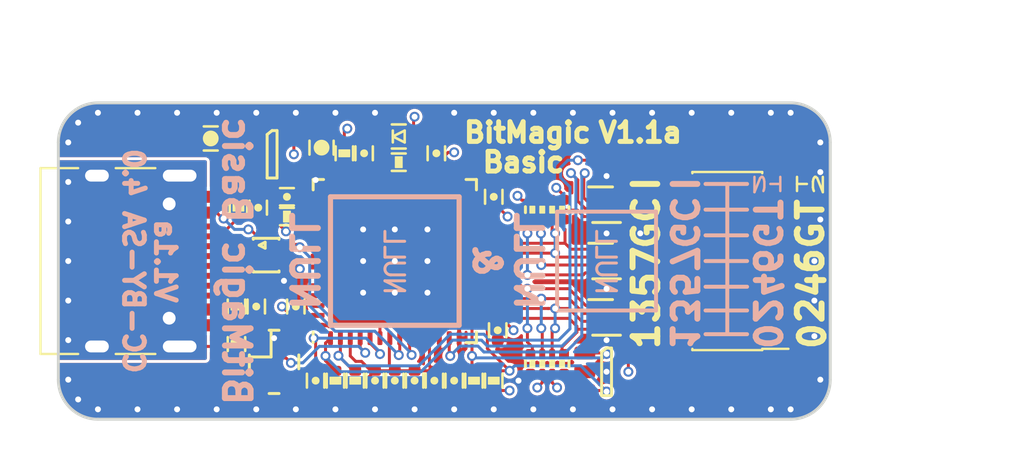
<source format=kicad_pcb>
(kicad_pcb (version 20221018) (generator pcbnew)
  (title_block (title "BitMagic-Basic") (rev "V1.0b") (company "1BitSquared") (comment 1 "CC-BY-SA V4.0") (comment 2 "(C) 2019 1BitSquared <info@1bitsquared.com>") (comment 3 "(C) 2019 Piotr Esden-Tempski <piotr@esden.net>"))
  (layers (0 "F.Cu" signal) (1 "In1.Cu" signal) (2 "In2.Cu" signal) (31 "B.Cu" signal) (34 "B.Paste" user) (35 "F.Paste" user) (36 "B.SilkS" user "B.Silkscreen") (37 "F.SilkS" user "F.Silkscreen") (38 "B.Mask" user) (39 "F.Mask" user) (44 "Edge.Cuts" user))
  (net 0 "")
  (net 1 "+3V3")
  (net 2 "GND")
  (net 3 "+5V")
  (net 4 "Net-(C12-Pad1)")
  (net 5 "/XTALOUT")
  (net 6 "/XTALIN")
  (net 7 "/SCL")
  (net 8 "/SDA")
  (net 9 "/PB0")
  (net 10 "/PB1")
  (net 11 "/PB2")
  (net 12 "/PB5")
  (net 13 "/PB6")
  (net 14 "/PB7")
  (net 15 "/~{RESET}")
  (net 16 "/WAKEUP")
  (net 17 "/PB3")
  (net 18 "/PB4")
  (net 19 "/xPB1")
  (net 20 "/xPB0")
  (net 21 "/xPB3")
  (net 22 "/xPB2")
  (net 23 "/xPB5")
  (net 24 "/xPB4")
  (net 25 "/xPB7")
  (net 26 "/xPB6")
  (net 27 "no_connect_44")
  (net 28 "/USBD_P")
  (net 29 "/xUSBD_P")
  (net 30 "/USBD_N")
  (net 31 "/xUSBD_N")
  (net 32 "/PA1")
  (net 33 "/TRIG")
  (net 34 "/CLK")
  (net 35 "/xTRIG")
  (net 36 "/xCLK")
  (net 37 "/xIFCLK")
  (net 38 "/IFCLK")
  (net 39 "Net-(D1-PadC)")
  (net 40 "/TRIG2")
  (net 41 "/xTRIG2")
  (net 42 "no_connect_45")
  (net 43 "no_connect_46")
  (net 44 "no_connect_47")
  (net 45 "no_connect_48")
  (net 46 "no_connect_49")
  (net 47 "no_connect_50")
  (net 48 "no_connect_51")
  (net 49 "no_connect_52")
  (net 50 "no_connect_53")
  (net 51 "no_connect_54")
  (net 52 "no_connect_55")
  (net 53 "no_connect_56")
  (net 54 "no_connect_57")
  (net 55 "no_connect_58")
  (net 56 "no_connect_59")
  (net 57 "no_connect_60")
  (net 58 "no_connect_61")
  (net 59 "no_connect_62")
  (net 60 "/CC1")
  (net 61 "no_connect_63")
  (net 62 "/CC2")
  (net 63 "/SHLD")
  (net 64 "no_connect_64")
  (footprint "pkl_dipol:C_0402" (layer "F.Cu") (at 38 36.05 -90)
    (fp_text reference "C1")
    (fp_text value "100n")
  )
  (footprint "pkl_dipol:C_0402" (layer "F.Cu") (at 40.2 33.5 -90)
    (fp_text reference "C2")
    (fp_text value "100n")
  )
  (footprint "pkl_dipol:C_0402" (layer "F.Cu") (at 40 26.75 90)
    (fp_text reference "C3")
    (fp_text value "100n")
  )
  (footprint "pkl_dipol:C_0402" (layer "F.Cu") (at 37.1 24.55 90)
    (fp_text reference "C4")
    (fp_text value "100n")
  )
  (footprint "pkl_dipol:C_0402" (layer "F.Cu") (at 29.55 26.75 180)
    (fp_text reference "C5")
    (fp_text value "100n")
  )
  (footprint "pkl_dipol:C_0402" (layer "F.Cu") (at 30 32.3 90)
    (fp_text reference "C6")
    (fp_text value "100n")
  )
  (footprint "pkl_dipol:C_0402" (layer "F.Cu") (at 34.000001 36.05 -90)
    (fp_text reference "C7")
    (fp_text value "2u2")
  )
  (footprint "pkl_dipol:C_0402" (layer "F.Cu") (at 37 36.05 -90)
    (fp_text reference "C8")
    (fp_text value "2u2")
  )
  (footprint "pkl_dipol:C_0402" (layer "F.Cu") (at 34.999999 36.05 -90)
    (fp_text reference "C9")
    (fp_text value "100n")
  )
  (footprint "pkl_dipol:C_0402" (layer "F.Cu") (at 36 36.05 -90)
    (fp_text reference "C10")
    (fp_text value "100n")
  )
  (footprint "pkl_dipol:C_0603" (layer "F.Cu") (at 25.7 23.8 180)
    (fp_text reference "C11")
    (fp_text value "4u7")
  )
  (footprint "pkl_dipol:C_0402" (layer "F.Cu") (at 28.1 27.3 -90)
    (fp_text reference "C12")
    (fp_text value "10n")
  )
  (footprint "pkl_dipol:C_0603" (layer "F.Cu") (at 31.3 24.263544 -90)
    (fp_text reference "C13")
    (fp_text value "4u7")
  )
  (footprint "pkl_dipol:C_0402" (layer "F.Cu") (at 33.45 24.55 90)
    (fp_text reference "C14")
    (fp_text value "1u")
  )
  (footprint "pkl_dipol:C_0402" (layer "F.Cu") (at 28 32.3 90)
    (fp_text reference "C15")
    (fp_text value "10p")
  )
  (footprint "pkl_dipol:C_0402" (layer "F.Cu") (at 31 36.05 -90)
    (fp_text reference "C16")
    (fp_text value "10p")
  )
  (footprint "pkl_dipol:D_0603" (layer "F.Cu") (at 35.2 23.7)
    (fp_text reference "D1")
    (fp_text value "GRN")
  )
  (footprint "pkl_housings_dfn_qfn:QFN-56-1EP_8x8mm_Pitch0.5mm" (layer "F.Cu") (at 35 30 90)
    (fp_text reference "IC1")
    (fp_text value "CY7C68013A-56")
  )
  (footprint "pkl_dipol:R_0402" (layer "F.Cu") (at 35.2 25)
    (fp_text reference "R1")
    (fp_text value "2k7")
  )
  (footprint "pkl_dipol:R_0402" (layer "F.Cu") (at 39 36.05 -90)
    (fp_text reference "R2")
    (fp_text value "2k7")
  )
  (footprint "pkl_dipol:R_0402" (layer "F.Cu") (at 40 36.05 -90)
    (fp_text reference "R3")
    (fp_text value "2k7")
  )
  (footprint "pkl_dipol:R_0402" (layer "F.Cu") (at 32.45 24.55 90)
    (fp_text reference "R4")
    (fp_text value "2k7")
  )
  (footprint "pkl_dipol:R_0402" (layer "F.Cu") (at 29.55 27.75 180)
    (fp_text reference "R5")
    (fp_text value "100k")
  )
  (footprint "pkl_dipol:R_Array_Convex_4x0402" (layer "F.Cu") (at 42.7 35.2 -90)
    (fp_text reference "R8")
    (fp_text value "150k")
  )
  (footprint "pkl_dipol:R_Array_Convex_4x0402" (layer "F.Cu") (at 42.7 27.4 90)
    (fp_text reference "R9")
    (fp_text value "150k")
  )
  (footprint "pkl_housings_sot:SOT-23-5" (layer "F.Cu") (at 28.8 24.6 180)
    (fp_text reference "U1")
    (fp_text value "3.3V")
  )
  (footprint "pkl_housings_sot:SOT-666" (layer "F.Cu") (at 28.5 29.7)
    (fp_text reference "U2")
    (fp_text value "USBLC6-2")
  )
  (footprint "pkl_misc:ABM8" (layer "F.Cu") (at 28.9 35.1 -90)
    (fp_text reference "X1")
    (fp_text value "24MHz")
  )
  (footprint "pkl_dipol:R_0402" (layer "F.Cu") (at 27 34.2 90)
    (fp_text reference "R10")
    (fp_text value "1m")
  )
  (footprint "pkl_housings_dfn_qfn:DFN-8-1EP_1.35x1.7mm_Pitch0.4mm" (layer "F.Cu") (at 45.7 32.85)
    (fp_text reference "U3")
    (fp_text value "IP425x-4-TTL")
  )
  (footprint "pkl_housings_dfn_qfn:DFN-8-1EP_1.35x1.7mm_Pitch0.4mm" (layer "F.Cu") (at 45.7 30)
    (fp_text reference "U4")
    (fp_text value "IP425x-4-TTL")
  )
  (footprint "pkl_housings_dfn_qfn:DFN-8-1EP_1.35x1.7mm_Pitch0.4mm" (layer "F.Cu") (at 45.7 27.15)
    (fp_text reference "U6")
    (fp_text value "IP425x-4-TTL")
  )
  (footprint "pkl_dipol:R_0402" (layer "F.Cu") (at 32 36.05 90)
    (fp_text reference "R6")
    (fp_text value "100k")
  )
  (footprint "Connector_PinHeader_1.27mm:PinHeader_2x07_P1.27mm_Vertical_SMD" (layer "F.Cu") (at 51.8 30 180)
    (fp_text reference "J1" hide)
    (fp_text value "Conn")
  )
  (footprint "pkl_housings_sot:SOT-23-5" (layer "F.Cu") (at 45.7 35.6 180)
    (fp_text reference "U5")
    (fp_text value "24LC00")
  )
  (footprint "pkl_dipol:R_0402" (layer "F.Cu") (at 33 36.05 90)
    (fp_text reference "R7")
    (fp_text value "100k")
  )
  (footprint "pkl_dipol:R_0402" (layer "F.Cu") (at 27.1 27.3 90)
    (fp_text reference "R12")
    (fp_text value "5k1")
  )
  (footprint "pkl_dipol:R_0402" (layer "F.Cu") (at 27 32.3 -90)
    (fp_text reference "R11")
    (fp_text value "5k1")
  )
  (footprint "pkl_connectors:USB_C_Receptacle_HRO_TYPE-C-31-M-12" (layer "F.Cu") (at 21 30 -90)
    (fp_text reference "J2" hide)
    (fp_text value "USB_C_Receptacle_USB2.0")
  )
  (footprint "pkl_logos:null_Logo_SilkS_5mm" (layer "B.Cu") (at 45.7 30 90)
    (fp_text reference "REF**" hide)
    (fp_text value "null_Logo_SilkS_5mm" hide)
  )
  (footprint "pkl_logos:null_Logo_SilkS_6.5mm" (layer "B.Cu") (at 35 30 90)
    (fp_text reference "REF**" hide)
    (fp_text value "null_Logo_SilkS_6.5mm" hide)
  )
  (gr_line (start 51.8 26.1) (end 50.7 26.1) (stroke (width 0.2)) (layer "B.SilkS"))
  (gr_line (start 51.8 26.1) (end 52.8 26.1) (stroke (width 0.2)) (layer "B.SilkS"))
  (gr_line (start 51.8 31.3) (end 52.8 31.3) (stroke (width 0.2)) (layer "B.SilkS"))
  (gr_line (start 51.8 27.4) (end 50.7 27.4) (stroke (width 0.2)) (layer "B.SilkS"))
  (gr_line (start 51.8 32.5) (end 50.7 32.5) (stroke (width 0.2)) (layer "B.SilkS"))
  (gr_line (start 51.8 33.7) (end 51.8 26.1) (stroke (width 0.2)) (layer "B.SilkS"))
  (gr_line (start 51.8 28.7) (end 52.8 28.7) (stroke (width 0.2)) (layer "B.SilkS"))
  (gr_line (start 51.8 32.5) (end 52.8 32.5) (stroke (width 0.2)) (layer "B.SilkS"))
  (gr_line (start 51.8 33.7) (end 50.7 33.7) (stroke (width 0.2)) (layer "B.SilkS"))
  (gr_line (start 51.8 27.4) (end 52.8 27.4) (stroke (width 0.2)) (layer "B.SilkS"))
  (gr_line (start 51.7 28.7) (end 50.7 28.7) (stroke (width 0.2)) (layer "B.SilkS"))
  (gr_line (start 51.8 33.7) (end 52.8 33.7) (stroke (width 0.2)) (layer "B.SilkS"))
  (gr_line (start 51.8 30) (end 52.8 30) (stroke (width 0.2)) (layer "B.SilkS"))
  (gr_line (start 51.8 31.3) (end 50.7 31.3) (stroke (width 0.2)) (layer "B.SilkS"))
  (gr_line (start 51.8 30) (end 50.7 30) (stroke (width 0.2)) (layer "B.SilkS"))
  (gr_line (start 57 24) (end 57 36) (stroke (width 0.15)) (layer "Edge.Cuts"))
  (gr_arc (start 55 22) (mid 56.414214 22.585786) (end 57 24) (stroke (width 0.15)) (layer "Edge.Cuts"))
  (gr_arc (start 57 36) (mid 56.414214 37.414214) (end 55 38) (stroke (width 0.15)) (layer "Edge.Cuts"))
  (gr_line (start 20 22) (end 55 22) (stroke (width 0.15)) (layer "Edge.Cuts"))
  (gr_arc (start 18 24) (mid 18.585786 22.585786) (end 20 22) (stroke (width 0.15)) (layer "Edge.Cuts"))
  (gr_line (start 18 36) (end 18 24) (stroke (width 0.15)) (layer "Edge.Cuts"))
  (gr_line (start 55 38) (end 20 38) (stroke (width 0.15)) (layer "Edge.Cuts"))
  (gr_arc (start 20 38) (mid 18.585786 37.414214) (end 18 36) (stroke (width 0.15)) (layer "Edge.Cuts"))
  (gr_text "1" (at 49.6 33.8 270) (layer "B.SilkS") (effects (font (size 1.25 1.25) (thickness 0.3)) (justify mirror)))
  (gr_text "2" (at 53.8 32.5 270) (layer "B.SilkS") (effects (font (size 1.25 1.25) (thickness 0.3)) (justify mirror)))
  (gr_text "3" (at 49.6 32.5 270) (layer "B.SilkS") (effects (font (size 1.25 1.25) (thickness 0.3)) (justify mirror)))
  (gr_text "5" (at 49.6 31.2 270) (layer "B.SilkS") (effects (font (size 1.25 1.25) (thickness 0.3)) (justify mirror)))
  (gr_text "4" (at 53.8 31.2 270) (layer "B.SilkS") (effects (font (size 1.25 1.25) (thickness 0.3)) (justify mirror)))
  (gr_text "6" (at 53.8 30 270) (layer "B.SilkS") (effects (font (size 1.25 1.25) (thickness 0.3)) (justify mirror)))
  (gr_text "T" (at 53.8 27.4 270) (layer "B.SilkS") (effects (font (size 1.25 1.25) (thickness 0.3)) (justify mirror)))
  (gr_text "G" (at 53.8 28.7 270) (layer "B.SilkS") (effects (font (size 1.25 1.25) (thickness 0.3)) (justify mirror)))
  (gr_text "G" (at 49.6 28.7 270) (layer "B.SilkS") (effects (font (size 1.25 1.25) (thickness 0.3)) (justify mirror)))
  (gr_text "C" (at 49.6 27.4 270) (layer "B.SilkS") (effects (font (size 1.25 1.25) (thickness 0.3)) (justify mirror)))
  (gr_text "7" (at 49.6 29.9 270) (layer "B.SilkS") (effects (font (size 1.25 1.25) (thickness 0.3)) (justify mirror)))
  (gr_text "I" (at 49.6 26.1 270) (layer "B.SilkS") (effects (font (size 1.25 1.25) (thickness 0.3)) (justify mirror)))
  (gr_text "T\n2" (at 53.8 26.1 270) (layer "B.SilkS") (effects (font (size 0.5 1.25) (thickness 0.125)) (justify mirror)))
  (gr_text "0" (at 53.8 33.8 270) (layer "B.SilkS") (effects (font (size 1.25 1.25) (thickness 0.3)) (justify mirror)))
  (gr_text "BitMagic Basic" (at 27 30 270) (layer "B.SilkS") (effects (font (size 1.3 1.3) (thickness 0.3)) (justify mirror)))
  (gr_text "NULL" (at 30.4 30 270) (layer "B.SilkS") (effects (font (size 1.3 1.3) (thickness 0.3)) (justify mirror)))
  (gr_text "NULL\n&" (at 40.7 30 270) (layer "B.SilkS") (effects (font (size 1.3 1.3) (thickness 0.3)) (justify mirror)))
  (gr_text "V1.1a\nCC-BY-SA 4.0" (at 22.6 30 270) (layer "B.SilkS") (effects (font (size 1 1) (thickness 0.25)) (justify mirror)))
  (gr_text "V1.1a" (at 47.4 23.5) (layer "F.SilkS") (effects (font (size 1 1) (thickness 0.25))))
  (gr_text "Basic" (at 41.5 25) (layer "F.SilkS") (effects (font (size 1 1) (thickness 0.25))))
  (gr_text "0" (at 56.1 33.8 90) (layer "F.SilkS") (effects (font (size 1.25 1.25) (thickness 0.3))))
  (gr_text "2" (at 56 32.5 90) (layer "F.SilkS") (effects (font (size 1.25 1.25) (thickness 0.3))))
  (gr_text "4" (at 56.1 31.2 90) (layer "F.SilkS") (effects (font (size 1.25 1.25) (thickness 0.3))))
  (gr_text "6" (at 56 30 90) (layer "F.SilkS") (effects (font (size 1.25 1.25) (thickness 0.3))))
  (gr_text "1" (at 47.7 33.8 90) (layer "F.SilkS") (effects (font (size 1.25 1.25) (thickness 0.3))))
  (gr_text "3" (at 47.7 32.5 90) (layer "F.SilkS") (effects (font (size 1.25 1.25) (thickness 0.3))))
  (gr_text "5" (at 47.7 31.2 90) (layer "F.SilkS") (effects (font (size 1.25 1.25) (thickness 0.3))))
  (gr_text "7" (at 47.7 29.9 90) (layer "F.SilkS") (effects (font (size 1.25 1.25) (thickness 0.3))))
  (gr_text "G" (at 47.7 28.7 90) (layer "F.SilkS") (effects (font (size 1.25 1.25) (thickness 0.3))))
  (gr_text "C" (at 47.7 27.4 90) (layer "F.SilkS") (effects (font (size 1.25 1.25) (thickness 0.3))))
  (gr_text "I" (at 47.7 26.1 90) (layer "F.SilkS") (effects (font (size 1.25 1.25) (thickness 0.3))))
  (gr_text "T\n2" (at 56 26.1 90) (layer "F.SilkS") (effects (font (size 0.5 1.25) (thickness 0.125))))
  (gr_text "T" (at 56 27.4 90) (layer "F.SilkS") (effects (font (size 1.25 1.25) (thickness 0.3))))
  (gr_text "G" (at 56 28.7 90) (layer "F.SilkS") (effects (font (size 1.25 1.25) (thickness 0.3))))
  (gr_text "BitMagic" (at 41.7 23.5) (layer "F.SilkS") (effects (font (size 1 1) (thickness 0.25))))
  (segment (start 42.95 26.925) (end 43.425 26.925) (width 0.15) (layer "F.Cu") (net 1))
  (segment (start 42.45 35.675) (end 41.95 35.675) (width 0.15) (layer "F.Cu") (net 1))
  (segment (start 42.45 26.925) (end 41.425004 26.925) (width 0.15) (layer "F.Cu") (net 1))
  (segment (start 37.7 24.5) (end 38 24.5) (width 0.15) (layer "F.Cu") (net 1))
  (segment (start 34.75 33.9) (end 34.725941 33.924059) (width 0.15) (layer "F.Cu") (net 1))
  (segment (start 42.45 35.675) (end 42.45 36.15) (width 0.15) (layer "F.Cu") (net 1))
  (segment (start 39 36.55) (end 40 36.55) (width 0.15) (layer "F.Cu") (net 1))
  (segment (start 34.000001 35.55) (end 33.793576 35.55) (width 0.15) (layer "F.Cu") (net 1))
  (segment (start 42.95 26.925) (end 42.45 26.925) (width 0.15) (layer "F.Cu") (net 1))
  (segment (start 33.000001 36.55) (end 34.000001 35.55) (width 0.15) (layer "F.Cu") (net 1))
  (segment (start 35.95 22.75) (end 36 22.7) (width 0.15) (layer "F.Cu") (net 1))
  (segment (start 41.95 26.925) (end 42.45 26.925) (width 0.15) (layer "F.Cu") (net 1))
  (segment (start 46.8 34.65) (end 46.8 35.6) (width 0.15) (layer "F.Cu") (net 1))
  (segment (start 30.05 26.75) (end 31.1 26.75) (width 0.15) (layer "F.Cu") (net 1))
  (segment (start 36.75 35.3) (end 37 35.55) (width 0.15) (layer "F.Cu") (net 1))
  (segment (start 38 35.55) (end 39 36.55) (width 0.15) (layer "F.Cu") (net 1))
  (segment (start 34.725941 35.275942) (end 34.999999 35.55) (width 0.15) (layer "F.Cu") (net 1))
  (segment (start 29.75 32.75) (end 30 32.75) (width 0.15) (layer "F.Cu") (net 1))
  (segment (start 33.793576 35.55) (end 33.319566 35.07599) (width 0.15) (layer "F.Cu") (net 1))
  (segment (start 42.95 36.15) (end 43.2 36.4) (width 0.15) (layer "F.Cu") (net 1))
  (segment (start 37.15 25.05) (end 37.7 24.5) (width 0.15) (layer "F.Cu") (net 1))
  (segment (start 32.45 24.05) (end 32.45 23.449996) (width 0.15) (layer "F.Cu") (net 1))
  (segment (start 40.2 32.6) (end 40.2 33) (width 0.15) (layer "F.Cu") (net 1))
  (segment (start 40 27.25) (end 40.200006 27.25) (width 0.15) (layer "F.Cu") (net 1))
  (segment (start 29.9 23.65) (end 29.9 24.6) (width 0.15) (layer "F.Cu") (net 1))
  (segment (start 32 36.55) (end 33 36.55) (width 0.15) (layer "F.Cu") (net 1))
  (segment (start 33 36.55) (end 33.000001 36.55) (width 0.15) (layer "F.Cu") (net 1))
  (segment (start 32.45 23.449996) (end 32.599996 23.3) (width 0.15) (layer "F.Cu") (net 1))
  (segment (start 42.45 36.15) (end 42.2 36.4) (width 0.15) (layer "F.Cu") (net 1))
  (segment (start 40 27.25) (end 38.9 27.25) (width 0.15) (layer "F.Cu") (net 1))
  (segment (start 40.5 33) (end 41 33.5) (width 0.15) (layer "F.Cu") (net 1))
  (segment (start 34.000001 35.55) (end 34.999999 35.55) (width 0.15) (layer "F.Cu") (net 1))
  (segment (start 33.02599 35.07599) (end 32.75 34.8) (width 0.15) (layer "F.Cu") (net 1))
  (segment (start 36 35.55) (end 37 35.55) (width 0.15) (layer "F.Cu") (net 1))
  (segment (start 29.05 28.05) (end 29.5 28.5) (width 0.15) (layer "F.Cu") (net 1))
  (segment (start 34.725941 33.924059) (end 34.725941 35.275942) (width 0.15) (layer "F.Cu") (net 1))
  (segment (start 36.75 25.4) (end 37.1 25.05) (width 0.15) (layer "F.Cu") (net 1))
  (segment (start 36.75 33.9) (end 36.75 35.3) (width 0.15) (layer "F.Cu") (net 1))
  (segment (start 36.75 26.1) (end 36.75 25.4) (width 0.15) (layer "F.Cu") (net 1))
  (segment (start 39.85 32.25) (end 40.2 32.6) (width 0.15) (layer "F.Cu") (net 1))
  (segment (start 32.75 34.8) (end 32.75 33.9) (width 0.15) (layer "F.Cu") (net 1))
  (segment (start 34.999999 35.55) (end 36 35.55) (width 0.15) (layer "F.Cu") (net 1))
  (segment (start 43.45 35.675) (end 42.95 35.675) (width 0.15) (layer "F.Cu") (net 1))
  (segment (start 37.1 25.05) (end 37.15 25.05) (width 0.15) (layer "F.Cu") (net 1))
  (segment (start 31.163544 23.65) (end 31.3 23.513544) (width 0.15) (layer "F.Cu") (net 1))
  (segment (start 38.9 32.25) (end 39.85 32.25) (width 0.15) (layer "F.Cu") (net 1))
  (segment (start 33.319566 35.07599) (end 33.02599 35.07599) (width 0.15) (layer "F.Cu") (net 1))
  (segment (start 43.45 26.585708) (end 43.158102 26.29381) (width 0.15) (layer "F.Cu") (net 1))
  (segment (start 42.95 35.675) (end 42.95 36.15) (width 0.15) (layer "F.Cu") (net 1))
  (segment (start 43.45 26.925) (end 43.45 26.585708) (width 0.15) (layer "F.Cu") (net 1))
  (segment (start 30 32.75) (end 31.1 32.75) (width 0.15) (layer "F.Cu") (net 1))
  (segment (start 40.2 33) (end 40.5 33) (width 0.15) (layer "F.Cu") (net 1))
  (segment (start 43.45 26.925) (end 42.95 26.925) (width 0.15) (layer "F.Cu") (net 1))
  (segment (start 40 36.55) (end 40.8 36.55) (width 0.15) (layer "F.Cu") (net 1))
  (segment (start 40.200006 27.25) (end 40.7 27.749994) (width 0.15) (layer "F.Cu") (net 1))
  (segment (start 29.3 32.3) (end 29.75 32.75) (width 0.15) (layer "F.Cu") (net 1))
  (segment (start 37 35.55) (end 38 35.55) (width 0.15) (layer "F.Cu") (net 1))
  (segment (start 35.95 23.7) (end 35.95 22.75) (width 0.15) (layer "F.Cu") (net 1))
  (segment (start 42.95 35.675) (end 42.45 35.675) (width 0.15) (layer "F.Cu") (net 1))
  (segment (start 29.05 27.75) (end 29.05 28.05) (width 0.15) (layer "F.Cu") (net 1))
  (segment (start 41.425004 26.925) (end 41.200004 26.7) (width 0.15) (layer "F.Cu") (net 1))
  (segment (start 29.9 23.65) (end 31.163544 23.65) (width 0.15) (layer "F.Cu") (net 1))
  (segment (start 30.05 26.75) (end 29.05 27.75) (width 0.15) (layer "F.Cu") (net 1))
  (via (at 40.8 36.55) (size 0.5) (drill 0.3) (layers "F.Cu" "B.Cu") (net 1))
  (via (at 42.2 36.4) (size 0.5) (drill 0.3) (layers "F.Cu" "B.Cu") (net 1))
  (via (at 29.5 28.5) (size 0.5) (drill 0.3) (layers "F.Cu" "B.Cu") (net 1))
  (via (at 36 22.7) (size 0.5) (drill 0.3) (layers "F.Cu" "B.Cu") (net 1))
  (via (at 32.599996 23.3) (size 0.5) (drill 0.3) (layers "F.Cu" "B.Cu") (net 1))
  (via (at 43.2 36.4) (size 0.5) (drill 0.3) (layers "F.Cu" "B.Cu") (net 1))
  (via (at 43.158102 26.29381) (size 0.5) (drill 0.3) (layers "F.Cu" "B.Cu") (net 1))
  (via (at 38 24.5) (size 0.5) (drill 0.3) (layers "F.Cu" "B.Cu") (net 1))
  (via (at 46.8 35.6) (size 0.5) (drill 0.3) (layers "F.Cu" "B.Cu") (net 1))
  (via (at 29.3 32.3) (size 0.5) (drill 0.3) (layers "F.Cu" "B.Cu") (net 1))
  (via (at 40.7 27.749994) (size 0.5) (drill 0.3) (layers "F.Cu" "B.Cu") (net 1))
  (via (at 41.200004 26.7) (size 0.5) (drill 0.3) (layers "F.Cu" "B.Cu") (net 1))
  (via (at 41 33.5) (size 0.5) (drill 0.3) (layers "F.Cu" "B.Cu") (net 1))
  (via (at 29.9 24.6) (size 0.5) (drill 0.3) (layers "F.Cu" "B.Cu") (net 1))
  (segment (start 36.25 32.8625) (end 35.80625 32.41875) (width 0.15) (layer "F.Cu") (net 2))
  (segment (start 37.25 33.9) (end 37.25 32.5875) (width 0.15) (layer "F.Cu") (net 2))
  (segment (start 28.1 27.8) (end 29.05 26.85) (width 0.15) (layer "F.Cu") (net 2))
  (segment (start 34.25 32.475) (end 34.19375 32.41875) (width 0.15) (layer "F.Cu") (net 2))
  (segment (start 38.25 33.25) (end 38.25 33.9) (width 0.15) (layer "F.Cu") (net 2))
  (segment (start 32.25 26.1) (end 32.25 27.25) (width 0.15) (layer "F.Cu") (net 2))
  (segment (start 38.4 26.75) (end 37.56875 27.58125) (width 0.15) (layer "F.Cu") (net 2))
  (segment (start 32.58125 32.41875) (end 31.9125 31.75) (width 0.15) (layer "F.Cu") (net 2))
  (segment (start 37.5875 27.75) (end 37.41875 27.58125) (width 0.15) (layer "F.Cu") (net 2))
  (segment (start 31.9125 31.75) (end 31.1 31.75) (width 0.15) (layer "F.Cu") (net 2))
  (segment (start 37.56875 27.58125) (end 37.41875 27.58125) (width 0.15) (layer "F.Cu") (net 2))
  (segment (start 29.05 26.85) (end 29.05 26.75) (width 0.15) (layer "F.Cu") (net 2))
  (segment (start 37.41875 32.41875) (end 38.25 33.25) (width 0.15) (layer "F.Cu") (net 2))
  (segment (start 31.3 25.013544) (end 31.3 25.6) (width 0.15) (layer "F.Cu") (net 2))
  (segment (start 36.25 33.9) (end 36.25 32.8625) (width 0.15) (layer "F.Cu") (net 2))
  (segment (start 34.25 33.9) (end 34.25 32.475) (width 0.15) (layer "F.Cu") (net 2))
  (segment (start 31.3 25.6) (end 31 25.9) (width 0.15) (layer "F.Cu") (net 2))
  (segment (start 38.9 27.75) (end 37.5875 27.75) (width 0.15) (layer "F.Cu") (net 2))
  (segment (start 31.75 33.25) (end 31.1 33.25) (width 0.15) (layer "F.Cu") (net 2))
  (segment (start 32.25 27.25) (end 32.58125 27.58125) (width 0.15) (layer "F.Cu") (net 2))
  (segment (start 38.9 26.75) (end 38.4 26.75) (width 0.15) (layer "F.Cu") (net 2))
  (segment (start 37.25 32.5875) (end 37.41875 32.41875) (width 0.15) (layer "F.Cu") (net 2))
  (segment (start 32.58125 32.41875) (end 31.75 33.25) (width 0.15) (layer "F.Cu") (net 2))
  (via (at 18.5 24) (size 0.5) (drill 0.3) (layers "F.Cu" "B.Cu") (net 2))
  (via (at 56.5 25.5) (size 0.5) (drill 0.3) (layers "F.Cu" "B.Cu") (net 2))
  (via (at 47.4 28.6) (size 0.5) (drill 0.3) (layers "F.Cu" "B.Cu") (net 2))
  (via (at 20 22.5) (size 0.5) (drill 0.3) (layers "F.Cu" "B.Cu") (net 2))
  (via (at 29.4 31) (size 0.5) (drill 0.3) (layers "F.Cu" "B.Cu") (net 2))
  (via (at 42 37.5) (size 0.5) (drill 0.3) (layers "F.Cu" "B.Cu") (net 2))
  (via (at 56.5 24) (size 0.5) (drill 0.3) (layers "F.Cu" "B.Cu") (net 2))
  (via (at 28 22.5) (size 0.5) (drill 0.3) (layers "F.Cu" "B.Cu") (net 2))
  (via (at 26 37.5) (size 0.5) (drill 0.3) (layers "F.Cu" "B.Cu") (net 2))
  (via (at 30 22.5) (size 0.5) (drill 0.3) (layers "F.Cu" "B.Cu") (net 2))
  (via (at 32 37.5) (size 0.5) (drill 0.3) (layers "F.Cu" "B.Cu") (net 2))
  (via (at 48 37.5) (size 0.5) (drill 0.3) (layers "F.Cu" "B.Cu") (net 2))
  (via (at 36 37.5) (size 0.5) (drill 0.3) (layers "F.Cu" "B.Cu") (net 2))
  (via (at 45.7 31.4) (size 0.5) (drill 0.3) (layers "F.Cu" "B.Cu") (net 2))
  (via (at 22 37.5) (size 0.5) (drill 0.3) (layers "F.Cu" "B.Cu") (net 2))
  (via (at 46 22.5) (size 0.5) (drill 0.3) (layers "F.Cu" "B.Cu") (net 2))
  (via (at 40 22.5) (size 0.5) (drill 0.3) (layers "F.Cu" "B.Cu") (net 2))
  (via (at 19 23) (size 0.5) (drill 0.3) (layers "F.Cu" "B.Cu") (net 2))
  (via (at 28.9 33.9) (size 0.5) (drill 0.3) (layers "F.Cu" "B.Cu") (net 2))
  (via (at 50 37.5) (size 0.5) (drill 0.3) (layers "F.Cu" "B.Cu") (net 2))
  (via (at 30 37.5) (size 0.5) (drill 0.3) (layers "F.Cu" "B.Cu") (net 2))
  (via (at 24 37.5) (size 0.5) (drill 0.3) (layers "F.Cu" "B.Cu") (net 2))
  (via (at 40 37.5) (size 0.5) (drill 0.3) (layers "F.Cu" "B.Cu") (net 2))
  (via (at 45.7 35.6) (size 0.5) (drill 0.3) (layers "F.Cu" "B.Cu") (net 2))
  (via (at 55 22.5) (size 0.5) (drill 0.3) (layers "F.Cu" "B.Cu") (net 2))
  (via (at 22 22.5) (size 0.5) (drill 0.3) (layers "F.Cu" "B.Cu") (net 2))
  (via (at 31 25.9) (size 0.5) (drill 0.3) (layers "F.Cu" "B.Cu") (net 2))
  (via (at 28 37.5) (size 0.5) (drill 0.3) (layers "F.Cu" "B.Cu") (net 2))
  (via (at 56.2 32) (size 0.5) (drill 0.3) (layers "F.Cu" "B.Cu") (net 2))
  (via (at 54 37.5) (size 0.5) (drill 0.3) (layers "F.Cu" "B.Cu") (net 2))
  (via (at 52 37.5) (size 0.5) (drill 0.3) (layers "F.Cu" "B.Cu") (net 2))
  (via (at 18.5 36) (size 0.5) (drill 0.3) (layers "F.Cu" "B.Cu") (net 2))
  (via (at 50 22.5) (size 0.5) (drill 0.3) (layers "F.Cu" "B.Cu") (net 2))
  (via (at 46 37.5) (size 0.5) (drill 0.3) (layers "F.Cu" "B.Cu") (net 2))
  (via (at 19 37) (size 0.5) (drill 0.3) (layers "F.Cu" "B.Cu") (net 2))
  (via (at 32 22.5) (size 0.5) (drill 0.3) (layers "F.Cu" "B.Cu") (net 2))
  (via (at 56.5 36) (size 0.5) (drill 0.3) (layers "F.Cu" "B.Cu") (net 2))
  (via (at 45.7 34) (size 0.5) (drill 0.3) (layers "F.Cu" "B.Cu") (net 2))
  (via (at 56.2 33.8) (size 0.5) (drill 0.3) (layers "F.Cu" "B.Cu") (net 2))
  (via (at 52 22.5) (size 0.5) (drill 0.3) (layers "F.Cu" "B.Cu") (net 2))
  (via (at 55 37.5) (size 0.5) (drill 0.3) (layers "F.Cu" "B.Cu") (net 2))
  (via (at 44 22.5) (size 0.5) (drill 0.3) (layers "F.Cu" "B.Cu") (net 2))
  (via (at 20 37.5) (size 0.5) (drill 0.3) (layers "F.Cu" "B.Cu") (net 2))
  (via (at 42 22.5) (size 0.5) (drill 0.3) (layers "F.Cu" "B.Cu") (net 2))
  (via (at 34 22.5) (size 0.5) (drill 0.3) (layers "F.Cu" "B.Cu") (net 2))
  (via (at 38 37.5) (size 0.5) (drill 0.3) (layers "F.Cu" "B.Cu") (net 2))
  (via (at 54 22.5) (size 0.5) (drill 0.3) (layers "F.Cu" "B.Cu") (net 2))
  (via (at 41.25 36.05) (size 0.5) (drill 0.3) (layers "F.Cu" "B.Cu") (net 2))
  (via (at 34 37.5) (size 0.5) (drill 0.3) (layers "F.Cu" "B.Cu") (net 2))
  (via (at 24 22.5) (size 0.5) (drill 0.3) (layers "F.Cu" "B.Cu") (net 2))
  (via (at 45.7 28.6) (size 0.5) (drill 0.3) (layers "F.Cu" "B.Cu") (net 2))
  (via (at 26 22.5) (size 0.5) (drill 0.3) (layers "F.Cu" "B.Cu") (net 2))
  (via (at 38 22.5) (size 0.5) (drill 0.3) (layers "F.Cu" "B.Cu") (net 2))
  (via (at 56.2 30) (size 0.5) (drill 0.3) (layers "F.Cu" "B.Cu") (net 2))
  (via (at 56.5 27.9) (size 0.5) (drill 0.3) (layers "F.Cu" "B.Cu") (net 2))
  (via (at 48 22.5) (size 0.5) (drill 0.3) (layers "F.Cu" "B.Cu") (net 2))
  (via (at 44 37.5) (size 0.5) (drill 0.3) (layers "F.Cu" "B.Cu") (net 2))
  (via (at 45.7 25.7) (size 0.5) (drill 0.3) (layers "F.Cu" "B.Cu") (net 2))
  (segment (start 29 29.7) (end 29.425 29.7) (width 0.15) (layer "F.Cu") (net 3))
  (segment (start 24.15 32.45) (end 25.045 32.45) (width 0.15) (layer "F.Cu") (net 3))
  (segment (start 28.38 23.65) (end 27.7 23.65) (width 0.15) (layer "F.Cu") (net 3))
  (segment (start 27.8 28.5) (end 27.7 28.5) (width 0.15) (layer "F.Cu") (net 3))
  (segment (start 23.6 28.1) (end 23.6 31.9) (width 0.15) (layer "F.Cu") (net 3))
  (segment (start 26.4 26.2) (end 27.05 25.55) (width 0.15) (layer "F.Cu") (net 3))
  (segment (start 26.45 23.8) (end 27.55 23.8) (width 0.15) (layer "F.Cu") (net 3))
  (segment (start 27.05 25.55) (end 27.7 25.55) (width 0.15) (layer "F.Cu") (net 3))
  (segment (start 27.7 28.5) (end 27.6 28.4) (width 0.15) (layer "F.Cu") (net 3))
  (segment (start 23.6 31.9) (end 24.15 32.45) (width 0.15) (layer "F.Cu") (net 3))
  (segment (start 27.8 28.5) (end 29 29.7) (width 0.15) (layer "F.Cu") (net 3))
  (segment (start 25.045 27.55) (end 24.15 27.55) (width 0.15) (layer "F.Cu") (net 3))
  (segment (start 26 27.55) (end 26.4 27.15) (width 0.15) (layer "F.Cu") (net 3))
  (segment (start 24.15 27.55) (end 23.6 28.1) (width 0.15) (layer "F.Cu") (net 3))
  (segment (start 25.045 27.55) (end 26 27.55) (width 0.15) (layer "F.Cu") (net 3))
  (segment (start 28.8 24.07) (end 28.38 23.65) (width 0.15) (layer "F.Cu") (net 3))
  (segment (start 26.3 27.85) (end 26.35 27.85) (width 0.15) (layer "F.Cu") (net 3))
  (segment (start 27.7 25.55) (end 28.38 25.55) (width 0.15) (layer "F.Cu") (net 3))
  (segment (start 27.55 23.8) (end 27.7 23.65) (width 0.15) (layer "F.Cu") (net 3))
  (segment (start 26 27.55) (end 26.3 27.85) (width 0.15) (layer "F.Cu") (net 3))
  (segment (start 28.38 25.55) (end 28.8 25.13) (width 0.15) (layer "F.Cu") (net 3))
  (segment (start 26.4 27.15) (end 26.4 26.2) (width 0.15) (layer "F.Cu") (net 3))
  (segment (start 28.8 25.13) (end 28.8 24.07) (width 0.15) (layer "F.Cu") (net 3))
  (via (at 27.6 28.4) (size 0.5) (drill 0.3) (layers "F.Cu" "B.Cu") (net 3))
  (via (at 26.35 27.85) (size 0.5) (drill 0.3) (layers "F.Cu" "B.Cu") (net 3))
  (segment (start 26.9 28.4) (end 27.6 28.4) (width 0.15) (layer "B.Cu") (net 3))
  (segment (start 26.35 27.85) (end 26.9 28.4) (width 0.15) (layer "B.Cu") (net 3))
  (segment (start 29.3 25.55) (end 29.9 25.55) (width 0.15) (layer "F.Cu") (net 4))
  (segment (start 28 26.8) (end 28.05 26.8) (width 0.15) (layer "F.Cu") (net 4))
  (segment (start 28.1 26.75) (end 29.3 25.55) (width 0.15) (layer "F.Cu") (net 4))
  (segment (start 28.1 26.8) (end 28.1 26.75) (width 0.15) (layer "F.Cu") (net 4))
  (segment (start 29.500003 34.900001) (end 28.800001 34.900001) (width 0.15) (layer "F.Cu") (net 5))
  (segment (start 33.25 34.385065) (end 33.504462 34.639527) (width 0.15) (layer "F.Cu") (net 5))
  (segment (start 27.975 34.075) (end 27.975 33.95) (width 0.15) (layer "F.Cu") (net 5))
  (segment (start 28.800001 34.900001) (end 27.975 34.075) (width 0.15) (layer "F.Cu") (net 5))
  (segment (start 27.975 33.95) (end 27.975 32.775) (width 0.15) (layer "F.Cu") (net 5))
  (segment (start 27.975 32.775) (end 28 32.75) (width 0.15) (layer "F.Cu") (net 5))
  (segment (start 29.750002 35.15) (end 29.500003 34.900001) (width 0.15) (layer "F.Cu") (net 5))
  (segment (start 33.25 33.9) (end 33.25 34.385065) (width 0.15) (layer "F.Cu") (net 5))
  (via (at 29.750002 35.15) (size 0.5) (drill 0.3) (layers "F.Cu" "B.Cu") (net 5))
  (via (at 33.504462 34.639527) (size 0.5) (drill 0.3) (layers "F.Cu" "B.Cu") (net 5))
  (segment (start 31.18445 34.31555) (end 33.180485 34.31555) (width 0.15) (layer "B.Cu") (net 5))
  (segment (start 29.750002 35.15) (end 30.35 35.15) (width 0.15) (layer "B.Cu") (net 5))
  (segment (start 33.180485 34.31555) (end 33.504462 34.639527) (width 0.15) (layer "B.Cu") (net 5))
  (segment (start 30.35 35.15) (end 31.18445 34.31555) (width 0.15) (layer "B.Cu") (net 5))
  (segment (start 29.825 36.125) (end 30.4 35.55) (width 0.15) (layer "F.Cu") (net 6))
  (segment (start 30.4 35.55) (end 30.55 35.55) (width 0.15) (layer "F.Cu") (net 6))
  (segment (start 34.251939 34.657127) (end 34.251939 34.702801) (width 0.15) (layer "F.Cu") (net 6))
  (segment (start 33.75 33.9) (end 33.75 34.155188) (width 0.15) (layer "F.Cu") (net 6))
  (segment (start 29.825 36.25) (end 29.825 36.125) (width 0.15) (layer "F.Cu") (net 6))
  (segment (start 31 35.55) (end 31 34) (width 0.15) (layer "F.Cu") (net 6))
  (segment (start 31 34) (end 30.9 33.9) (width 0.15) (layer "F.Cu") (net 6))
  (segment (start 30.55 35.55) (end 31 35.55) (width 0.15) (layer "F.Cu") (net 6))
  (segment (start 33.75 34.155188) (end 34.251939 34.657127) (width 0.15) (layer "F.Cu") (net 6))
  (via (at 34.251939 34.702801) (size 0.5) (drill 0.3) (layers "F.Cu" "B.Cu") (net 6))
  (via (at 30.9 33.9) (size 0.5) (drill 0.3) (layers "F.Cu" "B.Cu") (net 6))
  (segment (start 33.55 33.9) (end 34.251939 34.601939) (width 0.15) (layer "B.Cu") (net 6))
  (segment (start 30.9 33.9) (end 33.55 33.9) (width 0.15) (layer "B.Cu") (net 6))
  (segment (start 34.251939 34.601939) (end 34.251939 34.702801) (width 0.15) (layer "B.Cu") (net 6))
  (segment (start 45.65 34.65) (end 45.7 34.7) (width 0.15) (layer "F.Cu") (net 7))
  (segment (start 44.6 34.65) (end 45.65 34.65) (width 0.15) (layer "F.Cu") (net 7))
  (segment (start 38.9 33.25) (end 38.9 34.8) (width 0.15) (layer "F.Cu") (net 7))
  (segment (start 38.9 35.45) (end 39 35.55) (width 0.15) (layer "F.Cu") (net 7))
  (segment (start 38.9 34.8) (end 38.9 35.45) (width 0.15) (layer "F.Cu") (net 7))
  (segment (start 38.75 34.8) (end 38.9 34.8) (width 0.15) (layer "F.Cu") (net 7))
  (via (at 45.7 34.7) (size 0.5) (drill 0.3) (layers "F.Cu" "B.Cu") (net 7))
  (via (at 38.9 34.8) (size 0.5) (drill 0.3) (layers "F.Cu" "B.Cu") (net 7))
  (segment (start 38.9 34.8) (end 38.999011 34.899011) (width 0.15) (layer "B.Cu") (net 7))
  (segment (start 38.999011 34.899011) (end 45.500989 34.899011) (width 0.15) (layer "B.Cu") (net 7))
  (segment (start 45.500989 34.899011) (end 45.7 34.7) (width 0.15) (layer "B.Cu") (net 7))
  (segment (start 45.65 36.55) (end 45.7 36.6) (width 0.15) (layer "F.Cu") (net 8))
  (segment (start 44.6 36.55) (end 45.65 36.55) (width 0.15) (layer "F.Cu") (net 8))
  (segment (start 39.5 32.75) (end 39.675999 32.925999) (width 0.15) (layer "F.Cu") (net 8))
  (segment (start 39.675999 32.925999) (end 39.675999 34.426005) (width 0.15) (layer "F.Cu") (net 8))
  (segment (start 39.675999 34.426005) (end 40.799994 35.55) (width 0.15) (layer "F.Cu") (net 8))
  (segment (start 38.9 32.75) (end 39.5 32.75) (width 0.15) (layer "F.Cu") (net 8))
  (segment (start 40 35.55) (end 40.799994 35.55) (width 0.15) (layer "F.Cu") (net 8))
  (via (at 45.7 36.6) (size 0.5) (drill 0.3) (layers "F.Cu" "B.Cu") (net 8))
  (via (at 40.799994 35.55) (size 0.5) (drill 0.3) (layers "F.Cu" "B.Cu") (net 8))
  (segment (start 45.7 36.6) (end 44.398022 35.298022) (width 0.15) (layer "B.Cu") (net 8))
  (segment (start 44.398022 35.298022) (end 41.051972 35.298022) (width 0.15) (layer "B.Cu") (net 8))
  (segment (start 41.051972 35.298022) (end 40.799994 35.55) (width 0.15) (layer "B.Cu") (net 8))
  (segment (start 44.2 33.45) (end 44.2 33.3) (width 0.15) (layer "F.Cu") (net 9))
  (segment (start 44.2 33.6) (end 44.2 33.45) (width 0.15) (layer "F.Cu") (net 9))
  (segment (start 41.2 32.9) (end 40.05 31.75) (width 0.15) (layer "F.Cu") (net 9))
  (segment (start 43.45 34.725) (end 43.45 34.35) (width 0.15) (layer "F.Cu") (net 9))
  (segment (start 44.2 33.3) (end 43.8 32.9) (width 0.15) (layer "F.Cu") (net 9))
  (segment (start 45.025 33.45) (end 44.2 33.45) (width 0.15) (layer "F.Cu") (net 9))
  (segment (start 40.05 31.75) (end 38.9 31.75) (width 0.15) (layer "F.Cu") (net 9))
  (segment (start 43.45 34.35) (end 44.2 33.6) (width 0.15) (layer "F.Cu") (net 9))
  (segment (start 43.8 32.9) (end 41.2 32.9) (width 0.15) (layer "F.Cu") (net 9))
  (segment (start 40.15 31.25) (end 41.3 32.4) (width 0.15) (layer "F.Cu") (net 10))
  (segment (start 38.9 31.25) (end 40.15 31.25) (width 0.15) (layer "F.Cu") (net 10))
  (segment (start 43.8 32.4) (end 43.1 32.4) (width 0.15) (layer "F.Cu") (net 10))
  (segment (start 42.95 34.725) (end 42.95 33.55) (width 0.15) (layer "F.Cu") (net 10))
  (segment (start 44.45 33.05) (end 43.8 32.4) (width 0.15) (layer "F.Cu") (net 10))
  (segment (start 45.025 33.05) (end 44.45 33.05) (width 0.15) (layer "F.Cu") (net 10))
  (segment (start 42.95 33.55) (end 43.1 33.4) (width 0.15) (layer "F.Cu") (net 10))
  (segment (start 41.3 32.4) (end 42.746447 32.4) (width 0.15) (layer "F.Cu") (net 10))
  (segment (start 42.746447 32.4) (end 43.1 32.4) (width 0.15) (layer "F.Cu") (net 10))
  (via (at 43.1 33.4) (size 0.5) (drill 0.3) (layers "F.Cu" "B.Cu") (net 10))
  (via (at 43.1 32.4) (size 0.5) (drill 0.3) (layers "F.Cu" "B.Cu") (net 10))
  (segment (start 43.1 32.4) (end 43.1 33.4) (width 0.15) (layer "B.Cu") (net 10))
  (segment (start 41.398478 31.9) (end 42.046447 31.9) (width 0.15) (layer "F.Cu") (net 11))
  (segment (start 42.753553 31.9) (end 42.4 31.9) (width 0.15) (layer "F.Cu") (net 11))
  (segment (start 42.046447 31.9) (end 42.4 31.9) (width 0.15) (layer "F.Cu") (net 11))
  (segment (start 40.248478 30.75) (end 41.398478 31.9) (width 0.15) (layer "F.Cu") (net 11))
  (segment (start 38.9 30.75) (end 40.248478 30.75) (width 0.15) (layer "F.Cu") (net 11))
  (segment (start 42.45 33.45) (end 42.4 33.4) (width 0.15) (layer "F.Cu") (net 11))
  (segment (start 43.8 31.9) (end 42.753553 31.9) (width 0.15) (layer "F.Cu") (net 11))
  (segment (start 45.025 32.65) (end 44.55 32.65) (width 0.15) (layer "F.Cu") (net 11))
  (segment (start 42.45 34.725) (end 42.45 33.45) (width 0.15) (layer "F.Cu") (net 11))
  (segment (start 44.55 32.65) (end 43.8 31.9) (width 0.15) (layer "F.Cu") (net 11))
  (via (at 42.4 31.9) (size 0.5) (drill 0.3) (layers "F.Cu" "B.Cu") (net 11))
  (via (at 42.4 33.4) (size 0.5) (drill 0.3) (layers "F.Cu" "B.Cu") (net 11))
  (segment (start 42.4 31.9) (end 42.4 33.4) (width 0.15) (layer "B.Cu") (net 11))
  (segment (start 40.45 29.25) (end 39.4 29.25) (width 0.15) (layer "F.Cu") (net 12))
  (segment (start 42.4 30.2) (end 42.150001 29.950001) (width 0.15) (layer "F.Cu") (net 12))
  (segment (start 42.4 30.2) (end 45.025 30.2) (width 0.15) (layer "F.Cu") (net 12))
  (segment (start 41.150001 29.950001) (end 40.45 29.25) (width 0.15) (layer "F.Cu") (net 12))
  (segment (start 42.45 27.875) (end 42.45 28.539528) (width 0.15) (layer "F.Cu") (net 12))
  (segment (start 39.4 29.25) (end 38.9 29.25) (width 0.15) (layer "F.Cu") (net 12))
  (segment (start 42.150001 29.950001) (end 41.150001 29.950001) (width 0.15) (layer "F.Cu") (net 12))
  (segment (start 42.45 28.539528) (end 42.384293 28.605235) (width 0.15) (layer "F.Cu") (net 12))
  (via (at 42.384293 28.605235) (size 0.5) (drill 0.3) (layers "F.Cu" "B.Cu") (net 12))
  (via (at 42.4 30.2) (size 0.5) (drill 0.3) (layers "F.Cu" "B.Cu") (net 12))
  (segment (start 42.4 28.620942) (end 42.384293 28.605235) (width 0.15) (layer "B.Cu") (net 12))
  (segment (start 42.4 30.2) (end 42.4 28.620942) (width 0.15) (layer "B.Cu") (net 12))
  (segment (start 39.4 28.75) (end 38.9 28.75) (width 0.15) (layer "F.Cu") (net 13))
  (segment (start 43.300002 29.8) (end 43.1 29.599998) (width 0.15) (layer "F.Cu") (net 13))
  (segment (start 43.1 29.599998) (end 41.222862 29.599998) (width 0.15) (layer "F.Cu") (net 13))
  (segment (start 45.025 29.8) (end 43.300002 29.8) (width 0.15) (layer "F.Cu") (net 13))
  (segment (start 42.95 27.875) (end 42.95 28.45) (width 0.15) (layer "F.Cu") (net 13))
  (segment (start 40.372864 28.75) (end 39.4 28.75) (width 0.15) (layer "F.Cu") (net 13))
  (segment (start 42.95 28.45) (end 43.1 28.6) (width 0.15) (layer "F.Cu") (net 13))
  (segment (start 41.222862 29.599998) (end 40.372864 28.75) (width 0.15) (layer "F.Cu") (net 13))
  (via (at 43.1 29.599998) (size 0.5) (drill 0.3) (layers "F.Cu" "B.Cu") (net 13))
  (via (at 43.1 28.6) (size 0.5) (drill 0.3) (layers "F.Cu" "B.Cu") (net 13))
  (segment (start 43.1 29.599998) (end 43.1 28.6) (width 0.15) (layer "B.Cu") (net 13))
  (segment (start 43.6 28.4) (end 43.6 29.1) (width 0.15) (layer "F.Cu") (net 14))
  (segment (start 43.45 27.875) (end 43.45 28.25) (width 0.15) (layer "F.Cu") (net 14))
  (segment (start 41.2 29.1) (end 43.6 29.1) (width 0.15) (layer "F.Cu") (net 14))
  (segment (start 45.025 29.4) (end 43.9 29.4) (width 0.15) (layer "F.Cu") (net 14))
  (segment (start 40.35 28.25) (end 41.2 29.1) (width 0.15) (layer "F.Cu") (net 14))
  (segment (start 38.9 28.25) (end 40.35 28.25) (width 0.15) (layer "F.Cu") (net 14))
  (segment (start 43.45 28.25) (end 43.6 28.4) (width 0.15) (layer "F.Cu") (net 14))
  (segment (start 43.9 29.4) (end 43.6 29.1) (width 0.15) (layer "F.Cu") (net 14))
  (segment (start 32.45 25.05) (end 33.45 25.05) (width 0.15) (layer "F.Cu") (net 15))
  (segment (start 31.75 26.1) (end 31.75 25.75) (width 0.15) (layer "F.Cu") (net 15))
  (segment (start 31.75 25.75) (end 32.45 25.05) (width 0.15) (layer "F.Cu") (net 15))
  (segment (start 30.55 27.25) (end 31.1 27.25) (width 0.15) (layer "F.Cu") (net 16))
  (segment (start 30.05 27.75) (end 30.55 27.25) (width 0.15) (layer "F.Cu") (net 16))
  (segment (start 41.95 34.725) (end 41.95 34.35) (width 0.15) (layer "F.Cu") (net 17))
  (segment (start 41.7 31.4) (end 41.700002 31.4) (width 0.15) (layer "F.Cu") (net 17))
  (segment (start 43.8 31.4) (end 41.700002 31.4) (width 0.15) (layer "F.Cu") (net 17))
  (segment (start 45.025 32.25) (end 44.65 32.25) (width 0.15) (layer "F.Cu") (net 17))
  (segment (start 41.7 34.1) (end 41.7 33.4) (width 0.15) (layer "F.Cu") (net 17))
  (segment (start 40.372864 30.25) (end 41.522864 31.4) (width 0.15) (layer "F.Cu") (net 17))
  (segment (start 41.522864 31.4) (end 41.7 31.4) (width 0.15) (layer "F.Cu") (net 17))
  (segment (start 38.9 30.25) (end 40.372864 30.25) (width 0.15) (layer "F.Cu") (net 17))
  (segment (start 41.95 34.35) (end 41.7 34.1) (width 0.15) (layer "F.Cu") (net 17))
  (segment (start 44.65 32.25) (end 43.8 31.4) (width 0.15) (layer "F.Cu") (net 17))
  (via (at 41.700002 31.4) (size 0.5) (drill 0.3) (layers "F.Cu" "B.Cu") (net 17))
  (via (at 41.7 33.4) (size 0.5) (drill 0.3) (layers "F.Cu" "B.Cu") (net 17))
  (segment (start 41.700002 31.4) (end 41.700002 33.399998) (width 0.15) (layer "B.Cu") (net 17))
  (segment (start 41.700002 33.399998) (end 41.7 33.4) (width 0.15) (layer "B.Cu") (net 17))
  (segment (start 41.95 28.35) (end 41.7 28.6) (width 0.15) (layer "F.Cu") (net 18))
  (segment (start 44.625 30.6) (end 44.525 30.7) (width 0.15) (layer "F.Cu") (net 18))
  (segment (start 41.346453 30.7) (end 41.700006 30.7) (width 0.15) (layer "F.Cu") (net 18))
  (segment (start 38.9 29.75) (end 40.296447 29.75) (width 0.15) (layer "F.Cu") (net 18))
  (segment (start 40.296447 29.75) (end 41.246447 30.7) (width 0.15) (layer "F.Cu") (net 18))
  (segment (start 41.95 27.875) (end 41.95 28.35) (width 0.15) (layer "F.Cu") (net 18))
  (segment (start 41.246447 30.7) (end 41.346453 30.7) (width 0.15) (layer "F.Cu") (net 18))
  (segment (start 44.525 30.7) (end 41.700006 30.7) (width 0.15) (layer "F.Cu") (net 18))
  (segment (start 45.025 30.6) (end 44.625 30.6) (width 0.15) (layer "F.Cu") (net 18))
  (via (at 41.700006 30.7) (size 0.5) (drill 0.3) (layers "F.Cu" "B.Cu") (net 18))
  (via (at 41.7 28.6) (size 0.5) (drill 0.3) (layers "F.Cu" "B.Cu") (net 18))
  (segment (start 41.7 28.6) (end 41.7 30.699994) (width 0.15) (layer "B.Cu") (net 18))
  (segment (start 41.7 30.699994) (end 41.700006 30.7) (width 0.15) (layer "B.Cu") (net 18))
  (segment (start 46.375 33.05) (end 47.05 33.05) (width 0.15) (layer "F.Cu") (net 19))
  (segment (start 47.05 33.05) (end 47.81 33.81) (width 0.15) (layer "F.Cu") (net 19))
  (segment (start 47.81 33.81) (end 49.85 33.81) (width 0.15) (layer "F.Cu") (net 19))
  (segment (start 52.97 33.81) (end 53.75 33.81) (width 0.15) (layer "F.Cu") (net 20))
  (segment (start 46.95 33.45) (end 47.904001 34.404001) (width 0.15) (layer "F.Cu") (net 20))
  (segment (start 47.904001 34.404001) (end 52.375999 34.404001) (width 0.15) (layer "F.Cu") (net 20))
  (segment (start 46.375 33.45) (end 46.95 33.45) (width 0.15) (layer "F.Cu") (net 20))
  (segment (start 52.375999 34.404001) (end 52.97 33.81) (width 0.15) (layer "F.Cu") (net 20))
  (segment (start 47.54 32.54) (end 47.25 32.25) (width 0.15) (layer "F.Cu") (net 21))
  (segment (start 47.25 32.25) (end 46.375 32.25) (width 0.15) (layer "F.Cu") (net 21))
  (segment (start 49.85 32.54) (end 47.54 32.54) (width 0.15) (layer "F.Cu") (net 21))
  (segment (start 47.15 32.65) (end 47.634001 33.134001) (width 0.15) (layer "F.Cu") (net 22))
  (segment (start 47.634001 33.134001) (end 52.365999 33.134001) (width 0.15) (layer "F.Cu") (net 22))
  (segment (start 52.365999 33.134001) (end 52.96 32.54) (width 0.15) (layer "F.Cu") (net 22))
  (segment (start 46.375 32.65) (end 47.15 32.65) (width 0.15) (layer "F.Cu") (net 22))
  (segment (start 52.96 32.54) (end 53.75 32.54) (width 0.15) (layer "F.Cu") (net 22))
  (segment (start 48.07 31.27) (end 47 30.2) (width 0.15) (layer "F.Cu") (net 23))
  (segment (start 49.85 31.27) (end 48.07 31.27) (width 0.15) (layer "F.Cu") (net 23))
  (segment (start 47 30.2) (end 46.375 30.2) (width 0.15) (layer "F.Cu") (net 23))
  (segment (start 46.375 30.6) (end 46.9 30.6) (width 0.15) (layer "F.Cu") (net 24))
  (segment (start 52.93 31.27) (end 53.75 31.27) (width 0.15) (layer "F.Cu") (net 24))
  (segment (start 46.9 30.6) (end 48.164001 31.864001) (width 0.15) (layer "F.Cu") (net 24))
  (segment (start 52.335999 31.864001) (end 52.93 31.27) (width 0.15) (layer "F.Cu") (net 24))
  (segment (start 48.164001 31.864001) (end 52.335999 31.864001) (width 0.15) (layer "F.Cu") (net 24))
  (segment (start 49.85 30) (end 47.8 30) (width 0.15) (layer "F.Cu") (net 25))
  (segment (start 47.2 29.4) (end 46.375 29.4) (width 0.15) (layer "F.Cu") (net 25))
  (segment (start 47.8 30) (end 47.2 29.4) (width 0.15) (layer "F.Cu") (net 25))
  (segment (start 52.405999 30.594001) (end 53 30) (width 0.15) (layer "F.Cu") (net 26))
  (segment (start 46.375 29.8) (end 47.1 29.8) (width 0.15) (layer "F.Cu") (net 26))
  (segment (start 47.1 29.8) (end 47.894001 30.594001) (width 0.15) (layer "F.Cu") (net 26))
  (segment (start 53 30) (end 53.75 30) (width 0.15) (layer "F.Cu") (net 26))
  (segment (start 47.894001 30.594001) (end 52.405999 30.594001) (width 0.15) (layer "F.Cu") (net 26))
  (segment (start 35.25 34.706635) (end 35.199951 34.756684) (width 0.15) (layer "F.Cu") (net 28))
  (segment (start 29.35 30.2375) (end 30.0375 30.2375) (width 0.15) (layer "F.Cu") (net 28))
  (segment (start 30.0375 30.2375) (end 30.2 30.4) (width 0.15) (layer "F.Cu") (net 28))
  (segment (start 35.25 33.9) (end 35.25 34.706635) (width 0.15) (layer "F.Cu") (net 28))
  (via (at 30.2 30.4) (size 0.5) (drill 0.3) (layers "F.Cu" "B.Cu") (net 28))
  (via (at 35.199951 34.756684) (size 0.5) (drill 0.3) (layers "F.Cu" "B.Cu") (net 28))
  (segment (start 30.3 30.5) (end 30.3 31.866677) (width 0.15) (layer "B.Cu") (net 28))
  (segment (start 30.3 31.866677) (end 31.983323 33.55) (width 0.15) (layer "B.Cu") (net 28))
  (segment (start 33.993267 33.55) (end 35.199951 34.756684) (width 0.15) (layer "B.Cu") (net 28))
  (segment (start 31.983323 33.55) (end 33.993267 33.55) (width 0.15) (layer "B.Cu") (net 28))
  (segment (start 30.2 30.4) (end 30.3 30.5) (width 0.15) (layer "B.Cu") (net 28))
  (segment (start 23.95 29.95) (end 24.15 29.75) (width 0.15) (layer "F.Cu") (net 29))
  (segment (start 23.95 30.6) (end 23.95 29.95) (width 0.15) (layer "F.Cu") (net 29))
  (segment (start 25.045 30.75) (end 24.1 30.75) (width 0.15) (layer "F.Cu") (net 29))
  (segment (start 24.1 30.75) (end 23.95 30.6) (width 0.15) (layer "F.Cu") (net 29))
  (segment (start 24.15 29.75) (end 25.045 29.75) (width 0.15) (layer "F.Cu") (net 29))
  (segment (start 27.1375 30.75) (end 27.65 30.2375) (width 0.15) (layer "F.Cu") (net 29))
  (segment (start 25.045 30.75) (end 27.1375 30.75) (width 0.15) (layer "F.Cu") (net 29))
  (segment (start 35.75 33.9) (end 35.75 34.649996) (width 0.15) (layer "F.Cu") (net 30))
  (segment (start 29.35 29.1625) (end 30.0625 29.1625) (width 0.15) (layer "F.Cu") (net 30))
  (segment (start 30.0625 29.1625) (end 30.2 29.3) (width 0.15) (layer "F.Cu") (net 30))
  (segment (start 35.75 34.649996) (end 35.850004 34.75) (width 0.15) (layer "F.Cu") (net 30))
  (via (at 30.2 29.3) (size 0.5) (drill 0.3) (layers "F.Cu" "B.Cu") (net 30))
  (via (at 35.850004 34.75) (size 0.5) (drill 0.3) (layers "F.Cu" "B.Cu") (net 30))
  (segment (start 35.850004 34.683327) (end 34.386686 33.220009) (width 0.15) (layer "B.Cu") (net 30))
  (segment (start 34.386686 33.220009) (end 32.120009 33.220009) (width 0.15) (layer "B.Cu") (net 30))
  (segment (start 35.850004 34.75) (end 35.850004 34.683327) (width 0.15) (layer "B.Cu") (net 30))
  (segment (start 30.7 29.8) (end 30.2 29.3) (width 0.15) (layer "B.Cu") (net 30))
  (segment (start 30.7 31.8) (end 30.7 29.8) (width 0.15) (layer "B.Cu") (net 30))
  (segment (start 32.120009 33.220009) (end 30.7 31.8) (width 0.15) (layer "B.Cu") (net 30))
  (segment (start 25.95 30.25) (end 26.1 30.1) (width 0.15) (layer "F.Cu") (net 31))
  (segment (start 26.1 30.1) (end 26.1 29.25) (width 0.15) (layer "F.Cu") (net 31))
  (segment (start 27.5625 29.25) (end 26.1 29.25) (width 0.15) (layer "F.Cu") (net 31))
  (segment (start 26.1 29.25) (end 25.045 29.25) (width 0.15) (layer "F.Cu") (net 31))
  (segment (start 27.65 29.1625) (end 27.5625 29.25) (width 0.15) (layer "F.Cu") (net 31))
  (segment (start 25.045 30.25) (end 25.95 30.25) (width 0.15) (layer "F.Cu") (net 31))
  (segment (start 35.7 25) (end 35.7 26.05) (width 0.15) (layer "F.Cu") (net 32))
  (segment (start 35.7 26.05) (end 35.75 26.1) (width 0.15) (layer "F.Cu") (net 32))
  (segment (start 35.75 25.05) (end 35.7 25) (width 0.15) (layer "F.Cu") (net 32))
  (segment (start 45.025 27.35) (end 44.625 27.35) (width 0.15) (layer "F.Cu") (net 33))
  (segment (start 31.75 33.9) (end 31.5 34.15) (width 0.15) (layer "F.Cu") (net 33))
  (segment (start 31.5 35.05) (end 31.5 34.8) (width 0.15) (layer "F.Cu") (net 33))
  (segment (start 44.625 27.35) (end 44.25 26.975) (width 0.15) (layer "F.Cu") (net 33))
  (segment (start 44.25 26.975) (end 44.25 25.899992) (width 0.15) (layer "F.Cu") (net 33))
  (segment (start 32 35.55) (end 31.5 35.05) (width 0.15) (layer "F.Cu") (net 33))
  (segment (start 31.5 34.15) (end 31.5 34.8) (width 0.15) (layer "F.Cu") (net 33))
  (segment (start 44.25 25.899992) (end 43.900008 25.55) (width 0.15) (layer "F.Cu") (net 33))
  (via (at 31.5 34.8) (size 0.5) (drill 0.3) (layers "F.Cu" "B.Cu") (net 33))
  (via (at 43.900008 25.55) (size 0.5) (drill 0.3) (layers "F.Cu" "B.Cu") (net 33))
  (segment (start 43.45 34.3) (end 44.15 33.6) (width 0.15) (layer "B.Cu") (net 33))
  (segment (start 32.259923 35.599011) (end 36.323854 35.599011) (width 0.15) (layer "B.Cu") (net 33))
  (segment (start 44.15 25.799992) (end 43.900008 25.55) (width 0.15) (layer "B.Cu") (net 33))
  (segment (start 36.323854 35.599011) (end 37.922865 34) (width 0.15) (layer "B.Cu") (net 33))
  (segment (start 39.377136 34) (end 39.677136 34.3) (width 0.15) (layer "B.Cu") (net 33))
  (segment (start 31.5 34.839088) (end 32.259923 35.599011) (width 0.15) (layer "B.Cu") (net 33))
  (segment (start 44.15 33.6) (end 44.15 25.799992) (width 0.15) (layer "B.Cu") (net 33))
  (segment (start 31.5 34.8) (end 31.5 34.839088) (width 0.15) (layer "B.Cu") (net 33))
  (segment (start 37.922865 34) (end 39.377136 34) (width 0.15) (layer "B.Cu") (net 33))
  (segment (start 39.677136 34.3) (end 43.45 34.3) (width 0.15) (layer "B.Cu") (net 33))
  (segment (start 44.55 27.75) (end 45.025 27.75) (width 0.15) (layer "F.Cu") (net 34))
  (segment (start 37.75 25.844812) (end 38.194812 25.4) (width 0.15) (layer "F.Cu") (net 34))
  (segment (start 44.22599 27.42599) (end 44.55 27.75) (width 0.15) (layer "F.Cu") (net 34))
  (segment (start 40.726003 26.927521) (end 41.224472 27.42599) (width 0.15) (layer "F.Cu") (net 34))
  (segment (start 38.194812 25.4) (end 40.25 25.4) (width 0.15) (layer "F.Cu") (net 34))
  (segment (start 40.726003 25.876003) (end 40.726003 26.927521) (width 0.15) (layer "F.Cu") (net 34))
  (segment (start 37.75 26.1) (end 37.75 25.844812) (width 0.15) (layer "F.Cu") (net 34))
  (segment (start 41.224472 27.42599) (end 44.22599 27.42599) (width 0.15) (layer "F.Cu") (net 34))
  (segment (start 40.25 25.4) (end 40.726003 25.876003) (width 0.15) (layer "F.Cu") (net 34))
  (segment (start 52.365999 26.865999) (end 52.96 27.46) (width 0.15) (layer "F.Cu") (net 35))
  (segment (start 47.160893 27.35) (end 47.644894 26.865999) (width 0.15) (layer "F.Cu") (net 35))
  (segment (start 46.375 27.35) (end 47.160893 27.35) (width 0.15) (layer "F.Cu") (net 35))
  (segment (start 47.644894 26.865999) (end 52.365999 26.865999) (width 0.15) (layer "F.Cu") (net 35))
  (segment (start 52.96 27.46) (end 53.75 27.46) (width 0.15) (layer "F.Cu") (net 35))
  (segment (start 47.54 27.46) (end 47.25 27.75) (width 0.15) (layer "F.Cu") (net 36))
  (segment (start 49.85 27.46) (end 47.54 27.46) (width 0.15) (layer "F.Cu") (net 36))
  (segment (start 47.25 27.75) (end 46.375 27.75) (width 0.15) (layer "F.Cu") (net 36))
  (segment (start 47.809463 26.19) (end 49.85 26.19) (width 0.15) (layer "F.Cu") (net 37))
  (segment (start 46.375 26.95) (end 47.049463 26.95) (width 0.15) (layer "F.Cu") (net 37))
  (segment (start 47.049463 26.95) (end 47.809463 26.19) (width 0.15) (layer "F.Cu") (net 37))
  (segment (start 45.025 26.95) (end 44.7 26.95) (width 0.15) (layer "F.Cu") (net 38))
  (segment (start 44.59677 25.553228) (end 44.59677 25.553897) (width 0.15) (layer "F.Cu") (net 38))
  (segment (start 44.55099 25.599677) (end 44.59677 25.553897) (width 0.15) (layer "F.Cu") (net 38))
  (segment (start 44.55099 26.80099) (end 44.55099 25.599677) (width 0.15) (layer "F.Cu") (net 38))
  (segment (start 44.7 26.95) (end 44.55099 26.80099) (width 0.15) (layer "F.Cu") (net 38))
  (segment (start 37.75 33.9) (end 37.75 34.75) (width 0.15) (layer "F.Cu") (net 38))
  (segment (start 37.75 34.75) (end 37.8 34.8) (width 0.15) (layer "F.Cu") (net 38))
  (segment (start 44.6 25.549998) (end 44.59677 25.553228) (width 0.15) (layer "F.Cu") (net 38))
  (via (at 44.59677 25.553897) (size 0.5) (drill 0.3) (layers "F.Cu" "B.Cu") (net 38))
  (via (at 37.8 34.8) (size 0.5) (drill 0.3) (layers "F.Cu" "B.Cu") (net 38))
  (segment (start 44.45 33.8) (end 44.45 25.700667) (width 0.15) (layer "B.Cu") (net 38))
  (segment (start 37.8 34.8) (end 38.3 34.3) (width 0.15) (layer "B.Cu") (net 38))
  (segment (start 38.3 34.3) (end 39.2 34.3) (width 0.15) (layer "B.Cu") (net 38))
  (segment (start 39.2 34.3) (end 39.5 34.6) (width 0.15) (layer "B.Cu") (net 38))
  (segment (start 44.45 25.700667) (end 44.59677 25.553897) (width 0.15) (layer "B.Cu") (net 38))
  (segment (start 39.5 34.6) (end 43.65 34.6) (width 0.15) (layer "B.Cu") (net 38))
  (segment (start 43.65 34.6) (end 44.45 33.8) (width 0.15) (layer "B.Cu") (net 38))
  (segment (start 34.45 23.7) (end 34.45 24.75) (width 0.15) (layer "F.Cu") (net 39))
  (segment (start 34.45 24.75) (end 34.7 25) (width 0.15) (layer "F.Cu") (net 39))
  (segment (start 45.070771 25.270771) (end 44.699996 24.899996) (width 0.15) (layer "F.Cu") (net 40))
  (segment (start 45.025 26.55) (end 45.070771 26.504229) (width 0.15) (layer "F.Cu") (net 40))
  (segment (start 32.912436 35.55) (end 32.151988 34.789552) (width 0.15) (layer "F.Cu") (net 40))
  (segment (start 44.699996 24.899996) (end 44.25 24.899996) (width 0.15) (layer "F.Cu") (net 40))
  (segment (start 33 35.55) (end 32.912436 35.55) (width 0.15) (layer "F.Cu") (net 40))
  (segment (start 32.25 34.69154) (end 32.151988 34.789552) (width 0.15) (layer "F.Cu") (net 40))
  (segment (start 45.070771 26.504229) (end 45.070771 25.270771) (width 0.15) (layer "F.Cu") (net 40))
  (segment (start 32.25 33.9) (end 32.25 34.69154) (width 0.15) (layer "F.Cu") (net 40))
  (via (at 32.151988 34.789552) (size 0.5) (drill 0.3) (layers "F.Cu" "B.Cu") (net 40))
  (via (at 44.25 24.899996) (size 0.5) (drill 0.3) (layers "F.Cu" "B.Cu") (net 40))
  (segment (start 43.748482 24.899996) (end 43.375994 25.272484) (width 0.15) (layer "B.Cu") (net 40))
  (segment (start 43.85 33.427136) (end 43.277136 34) (width 0.15) (layer "B.Cu") (net 40))
  (segment (start 43.85 26.251528) (end 43.85 33.427136) (width 0.15) (layer "B.Cu") (net 40))
  (segment (start 39.8 34) (end 39.50099 33.700989) (width 0.15) (layer "B.Cu") (net 40))
  (segment (start 43.375994 25.272484) (end 43.375994 25.777522) (width 0.15) (layer "B.Cu") (net 40))
  (segment (start 36.2 35.3) (end 32.662436 35.3) (width 0.15) (layer "B.Cu") (net 40))
  (segment (start 44.25 24.899996) (end 43.748482 24.899996) (width 0.15) (layer "B.Cu") (net 40))
  (segment (start 39.50099 33.700989) (end 37.799011 33.700989) (width 0.15) (layer "B.Cu") (net 40))
  (segment (start 32.662436 35.3) (end 32.151988 34.789552) (width 0.15) (layer "B.Cu") (net 40))
  (segment (start 43.375994 25.777522) (end 43.85 26.251528) (width 0.15) (layer "B.Cu") (net 40))
  (segment (start 43.277136 34) (end 39.8 34) (width 0.15) (layer "B.Cu") (net 40))
  (segment (start 37.799011 33.700989) (end 36.2 35.3) (width 0.15) (layer "B.Cu") (net 40))
  (segment (start 52.375999 25.595999) (end 52.97 26.19) (width 0.15) (layer "F.Cu") (net 41))
  (segment (start 52.97 26.19) (end 53.75 26.19) (width 0.15) (layer "F.Cu") (net 41))
  (segment (start 46.375 26.55) (end 46.95 26.55) (width 0.15) (layer "F.Cu") (net 41))
  (segment (start 47.904001 25.595999) (end 52.375999 25.595999) (width 0.15) (layer "F.Cu") (net 41))
  (segment (start 46.95 26.55) (end 47.904001 25.595999) (width 0.15) (layer "F.Cu") (net 41))
  (segment (start 25.045 28.75) (end 26.15 28.75) (width 0.15) (layer "F.Cu") (net 60))
  (segment (start 26.15 28.75) (end 27.1 27.8) (width 0.15) (layer "F.Cu") (net 60))
  (segment (start 26.95 31.75) (end 27 31.8) (width 0.15) (layer "F.Cu") (net 62))
  (segment (start 25.045 31.75) (end 26.95 31.75) (width 0.15) (layer "F.Cu") (net 62))
  (segment (start 24.13 34.32) (end 24.1 34.35) (width 0.15) (layer "F.Cu") (net 63))
  (segment (start 27 34.7) (end 26.62 34.32) (width 0.15) (layer "F.Cu") (net 63))
  (segment (start 26.62 34.32) (end 24.13 34.32) (width 0.15) (layer "F.Cu") (net 63))
  (via (at 18.5 26) (size 0.5) (drill 0.3) (layers "F.Cu" "B.Cu") (net 63))
  (via (at 18.5 30) (size 0.5) (drill 0.3) (layers "F.Cu" "B.Cu") (net 63))
  (via (at 18.5 32) (size 0.5) (drill 0.3) (layers "F.Cu" "B.Cu") (net 63))
  (via (at 18.5 28) (size 0.5) (drill 0.3) (layers "F.Cu" "B.Cu") (net 63))
  (via (at 18.5 34) (size 0.5) (drill 0.3) (layers "F.Cu" "B.Cu") (net 63))
  (zone (net 2) (net_name "GND") (layer "F.Cu") (connect_pads (clearance 0.15)) (min_thickness 0.15) (fill yes (thermal_gap 0.15) (thermal_bridge_width 0.2))
    (polygon (pts (xy 18 22) (xy 57 22) (xy 57 38) (xy 18 38)))
  )
  (zone (net 63) (net_name "/SHLD") (layers "F.Cu" "In1.Cu" "In2.Cu" "B.Cu") (priority 1) (connect_pads yes (clearance 0.15)) (min_thickness 0.15) (fill yes (thermal_gap 0.15) (thermal_bridge_width 0.2))
    (polygon (pts (xy 18 24.9) (xy 25.5 24.9) (xy 25.5 35) (xy 18 35)))
  )
  (zone (net 2) (net_name "GND") (layer "B.Cu") (connect_pads (clearance 0.15)) (min_thickness 0.15) (fill yes (thermal_gap 0.15) (thermal_bridge_width 0.2))
    (polygon (pts (xy 18 22) (xy 57 22) (xy 57 38) (xy 18 38)))
  )
)
</source>
